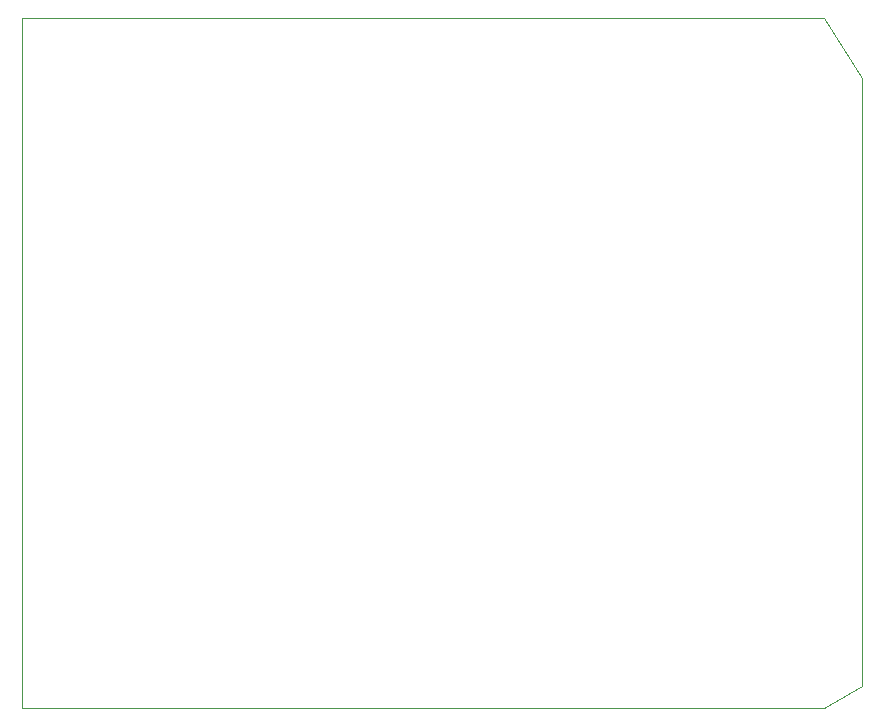
<source format=gbr>
%TF.GenerationSoftware,KiCad,Pcbnew,(6.0.7)*%
%TF.CreationDate,2022-08-22T17:27:46+09:00*%
%TF.ProjectId,LED_RL_SD,4c45445f-524c-45f5-9344-2e6b69636164,rev?*%
%TF.SameCoordinates,Original*%
%TF.FileFunction,Profile,NP*%
%FSLAX46Y46*%
G04 Gerber Fmt 4.6, Leading zero omitted, Abs format (unit mm)*
G04 Created by KiCad (PCBNEW (6.0.7)) date 2022-08-22 17:27:46*
%MOMM*%
%LPD*%
G01*
G04 APERTURE LIST*
%TA.AperFunction,Profile*%
%ADD10C,0.100000*%
%TD*%
G04 APERTURE END LIST*
D10*
X121920000Y-94615000D02*
X121920000Y-36195000D01*
X189865000Y-94615000D02*
X121920000Y-94615000D01*
X193040000Y-92710000D02*
X189865000Y-94615000D01*
X193040000Y-41275000D02*
X193040000Y-92710000D01*
X189865000Y-36195000D02*
X193040000Y-41275000D01*
X121920000Y-36195000D02*
X189865000Y-36195000D01*
M02*

</source>
